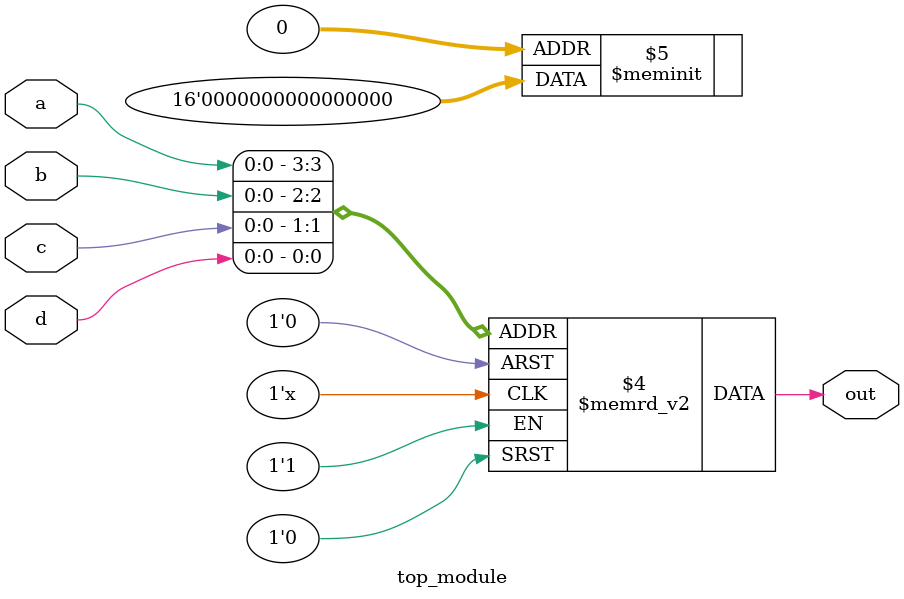
<source format=sv>
module top_module (
  input a,
  input b,
  input c,
  input d,
  output reg out
);

  always @* begin
    case ({a, b, c, d})
      4'b0000: out = 1'b0;
      4'b0001: out = 1'b0;
      4'b0010: out = 1'b0;
      4'b0011: out = 1'b0;
      4'b0100: out = 1'b0;
      4'b0101: out = 1'b0;
      4'b0110: out = 1'b0;
      4'b0111: out = 1'b0;
      4'b1000: out = 1'b0;
      4'b1001: out = 1'b0;
      4'b1010: out = 1'b0;
      4'b1011: out = 1'b0;
      4'b1100: out = 1'b0;
      4'b1101: out = 1'b0;
      4'b1110: out = 1'b0;
      4'b1111: out = 1'b0;
      default: out = 1'b1;
    endcase
  end

endmodule

</source>
